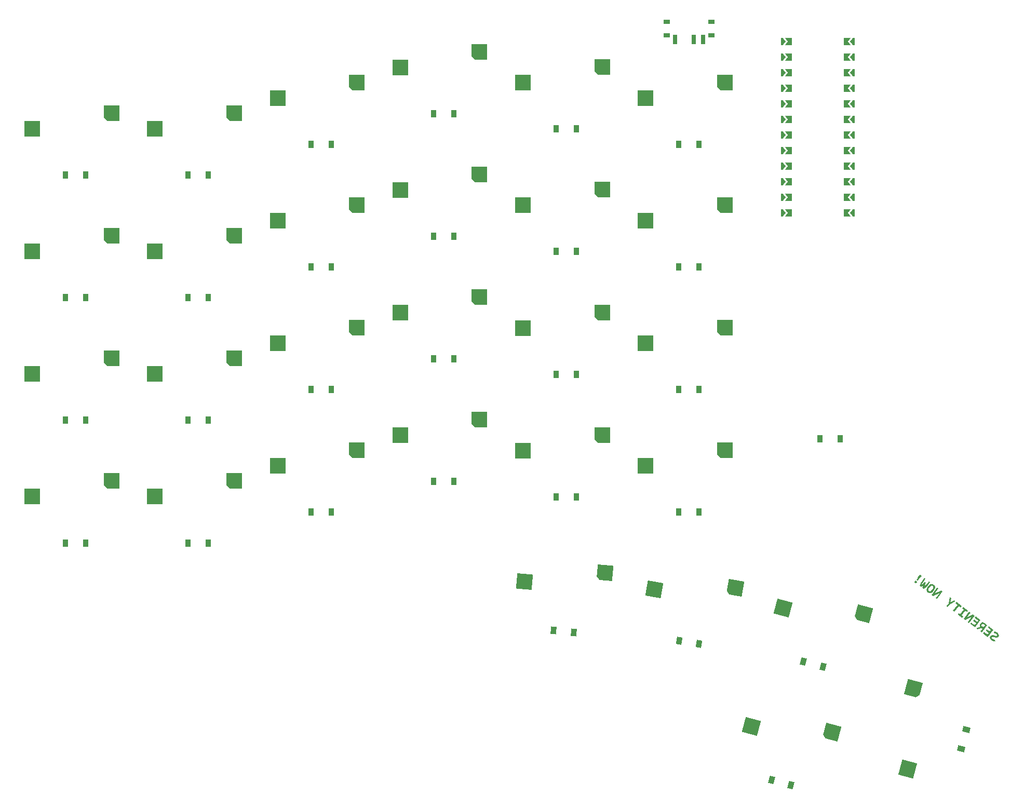
<source format=gbp>
%TF.GenerationSoftware,KiCad,Pcbnew,9.0.4*%
%TF.CreationDate,2025-11-27T19:30:41+01:00*%
%TF.ProjectId,lag_large,6c61675f-6c61-4726-9765-2e6b69636164,v1.0.0*%
%TF.SameCoordinates,Original*%
%TF.FileFunction,Paste,Bot*%
%TF.FilePolarity,Positive*%
%FSLAX46Y46*%
G04 Gerber Fmt 4.6, Leading zero omitted, Abs format (unit mm)*
G04 Created by KiCad (PCBNEW 9.0.4) date 2025-11-27 19:30:41*
%MOMM*%
%LPD*%
G01*
G04 APERTURE LIST*
G04 Aperture macros list*
%AMRotRect*
0 Rectangle, with rotation*
0 The origin of the aperture is its center*
0 $1 length*
0 $2 width*
0 $3 Rotation angle, in degrees counterclockwise*
0 Add horizontal line*
21,1,$1,$2,0,0,$3*%
%AMOutline5P*
0 Free polygon, 5 corners , with rotation*
0 The origin of the aperture is its center*
0 number of corners: always 5*
0 $1 to $10 corner X, Y*
0 $11 Rotation angle, in degrees counterclockwise*
0 create outline with 5 corners*
4,1,5,$1,$2,$3,$4,$5,$6,$7,$8,$9,$10,$1,$2,$11*%
%AMOutline6P*
0 Free polygon, 6 corners , with rotation*
0 The origin of the aperture is its center*
0 number of corners: always 6*
0 $1 to $12 corner X, Y*
0 $13 Rotation angle, in degrees counterclockwise*
0 create outline with 6 corners*
4,1,6,$1,$2,$3,$4,$5,$6,$7,$8,$9,$10,$11,$12,$1,$2,$13*%
%AMOutline7P*
0 Free polygon, 7 corners , with rotation*
0 The origin of the aperture is its center*
0 number of corners: always 7*
0 $1 to $14 corner X, Y*
0 $15 Rotation angle, in degrees counterclockwise*
0 create outline with 7 corners*
4,1,7,$1,$2,$3,$4,$5,$6,$7,$8,$9,$10,$11,$12,$13,$14,$1,$2,$15*%
%AMOutline8P*
0 Free polygon, 8 corners , with rotation*
0 The origin of the aperture is its center*
0 number of corners: always 8*
0 $1 to $16 corner X, Y*
0 $17 Rotation angle, in degrees counterclockwise*
0 create outline with 8 corners*
4,1,8,$1,$2,$3,$4,$5,$6,$7,$8,$9,$10,$11,$12,$13,$14,$15,$16,$1,$2,$17*%
%AMFreePoly0*
4,1,6,0.250000,0.000000,-0.250000,-0.625000,-0.500000,-0.625000,-0.500000,0.625000,-0.250000,0.625000,0.250000,0.000000,0.250000,0.000000,$1*%
%AMFreePoly1*
4,1,6,0.500000,-0.625000,-0.650000,-0.625000,-0.150000,0.000000,-0.650000,0.625000,0.500000,0.625000,0.500000,-0.625000,0.500000,-0.625000,$1*%
G04 Aperture macros list end*
%ADD10C,0.300000*%
%ADD11R,0.900000X1.200000*%
%ADD12RotRect,0.900000X1.200000X350.000000*%
%ADD13RotRect,0.900000X1.200000X355.000000*%
%ADD14RotRect,0.900000X1.200000X345.000000*%
%ADD15FreePoly0,180.000000*%
%ADD16FreePoly0,0.000000*%
%ADD17FreePoly1,0.000000*%
%ADD18FreePoly1,180.000000*%
%ADD19R,1.000000X0.800000*%
%ADD20R,0.700000X1.500000*%
%ADD21RotRect,0.900000X1.200000X75.000000*%
%ADD22R,2.550000X2.500000*%
%ADD23Outline5P,-1.275000X1.250000X1.275000X1.250000X1.275000X-1.250000X-0.775000X-1.250000X-1.275000X-0.750000X0.000000*%
%ADD24RotRect,2.550000X2.500000X345.000000*%
%ADD25Outline5P,-1.275000X1.250000X1.275000X1.250000X1.275000X-1.250000X-0.775000X-1.250000X-1.275000X-0.750000X345.000000*%
%ADD26RotRect,2.550000X2.500000X355.000000*%
%ADD27Outline5P,-1.275000X1.250000X1.275000X1.250000X1.275000X-1.250000X-0.775000X-1.250000X-1.275000X-0.750000X355.000000*%
%ADD28RotRect,2.550000X2.500000X75.000000*%
%ADD29Outline5P,-1.275000X1.250000X1.275000X1.250000X1.275000X-1.250000X-0.775000X-1.250000X-1.275000X-0.750000X75.000000*%
%ADD30RotRect,2.550000X2.500000X350.000000*%
%ADD31Outline5P,-1.275000X1.250000X1.275000X1.250000X1.275000X-1.250000X-0.775000X-1.250000X-1.275000X-0.750000X350.000000*%
G04 APERTURE END LIST*
D10*
G36*
X217191604Y-161044243D02*
G01*
X217176643Y-160767475D01*
X217067708Y-160763551D01*
X216954135Y-160741782D01*
X216846676Y-160702633D01*
X216758211Y-160649306D01*
X216702957Y-160601062D01*
X216663504Y-160552899D01*
X216637384Y-160504354D01*
X216624058Y-160452720D01*
X216627819Y-160409375D01*
X216647157Y-160371001D01*
X216687219Y-160335503D01*
X216740295Y-160318932D01*
X216801175Y-160317772D01*
X216875059Y-160328507D01*
X217037721Y-160370917D01*
X217215085Y-160416493D01*
X217305554Y-160431043D01*
X217393956Y-160435565D01*
X217480407Y-160426576D01*
X217562233Y-160400666D01*
X217612174Y-160373095D01*
X217660165Y-160333683D01*
X217706579Y-160280643D01*
X217743658Y-160222465D01*
X217767824Y-160164561D01*
X217780285Y-160106127D01*
X217780915Y-160016097D01*
X217761770Y-159926456D01*
X217725373Y-159840793D01*
X217673140Y-159759779D01*
X217608971Y-159686708D01*
X217536300Y-159623748D01*
X217455288Y-159570127D01*
X217370860Y-159528484D01*
X217282437Y-159498278D01*
X217191025Y-159480031D01*
X217100902Y-159475060D01*
X217011179Y-159483099D01*
X217041218Y-159750357D01*
X217132652Y-159751751D01*
X217217156Y-159768249D01*
X217296246Y-159799580D01*
X217371132Y-159846435D01*
X217433713Y-159907034D01*
X217475010Y-159977353D01*
X217487859Y-160027854D01*
X217483431Y-160071856D01*
X217462540Y-160112458D01*
X217422391Y-160148130D01*
X217368740Y-160165405D01*
X217307252Y-160167200D01*
X217233315Y-160156708D01*
X217071531Y-160114959D01*
X216896456Y-160069847D01*
X216807330Y-160054899D01*
X216719657Y-160049698D01*
X216633879Y-160057650D01*
X216553254Y-160082110D01*
X216504134Y-160108487D01*
X216457435Y-160146239D01*
X216412767Y-160197013D01*
X216371690Y-160263560D01*
X216345599Y-160333598D01*
X216333775Y-160408373D01*
X216336728Y-160484090D01*
X216355160Y-160561461D01*
X216390526Y-160641858D01*
X216438858Y-160715597D01*
X216505510Y-160789640D01*
X216593481Y-160864410D01*
X216694024Y-160931474D01*
X216794132Y-160981663D01*
X216894490Y-161016347D01*
X216998536Y-161038387D01*
X217097276Y-161047421D01*
X217191604Y-161044243D01*
G37*
G36*
X215980323Y-160360273D02*
G01*
X216877636Y-159169498D01*
X216104463Y-158586871D01*
X215943951Y-158799877D01*
X216490731Y-159211906D01*
X216301171Y-159463461D01*
X215794622Y-159081749D01*
X215634110Y-159294756D01*
X216140659Y-159676468D01*
X215914443Y-159976667D01*
X215354276Y-159554551D01*
X215193764Y-159767558D01*
X215980323Y-160360273D01*
G37*
G36*
X215147722Y-157952554D02*
G01*
X215236279Y-157973385D01*
X215333781Y-158016986D01*
X215442548Y-158088082D01*
X215883630Y-158420461D01*
X214986317Y-159611235D01*
X214768263Y-159446920D01*
X215118336Y-158982358D01*
X214979135Y-158877463D01*
X214322134Y-159110737D01*
X214085720Y-158932587D01*
X214098343Y-158915836D01*
X214766194Y-158696013D01*
X214720205Y-158637960D01*
X214687472Y-158575803D01*
X214667114Y-158508618D01*
X214659094Y-158435137D01*
X214661021Y-158407086D01*
X214939171Y-158407086D01*
X214939792Y-158463967D01*
X214956048Y-158517762D01*
X214992689Y-158572501D01*
X215055315Y-158629808D01*
X215264957Y-158787784D01*
X215518954Y-158450719D01*
X215309312Y-158292742D01*
X215236913Y-158247295D01*
X215175636Y-158225328D01*
X215122408Y-158221628D01*
X215070860Y-158233853D01*
X215023875Y-158261648D01*
X214980008Y-158307565D01*
X214952489Y-158355557D01*
X214939171Y-158407086D01*
X214661021Y-158407086D01*
X214664114Y-158362075D01*
X214682603Y-158289192D01*
X214715494Y-158215430D01*
X214764490Y-158139885D01*
X214835342Y-158060487D01*
X214908481Y-158004607D01*
X214984763Y-157968842D01*
X215065722Y-157951378D01*
X215147722Y-157952554D01*
G37*
G36*
X213901753Y-158793958D02*
G01*
X214799066Y-157603183D01*
X214025893Y-157020556D01*
X213865381Y-157233562D01*
X214412161Y-157645591D01*
X214222601Y-157897147D01*
X213716051Y-157515434D01*
X213555539Y-157728441D01*
X214062089Y-158110153D01*
X213835872Y-158410352D01*
X213275706Y-157988236D01*
X213115194Y-158201243D01*
X213901753Y-158793958D01*
G37*
G36*
X213820128Y-156865501D02*
G01*
X213575302Y-156681011D01*
X212534662Y-157172124D01*
X213147606Y-156358719D01*
X212934600Y-156198207D01*
X212037287Y-157388982D01*
X212273774Y-157567187D01*
X213326556Y-157077311D01*
X212709808Y-157895763D01*
X212922815Y-158056275D01*
X213820128Y-156865501D01*
G37*
G36*
X211065078Y-156656370D02*
G01*
X211816453Y-157222572D01*
X211968091Y-157021342D01*
X211706441Y-156824175D01*
X212300479Y-156035860D01*
X212553790Y-156226743D01*
X212705427Y-156025514D01*
X211970803Y-155471935D01*
X211819166Y-155673164D01*
X212072404Y-155863993D01*
X211478366Y-156652308D01*
X211216716Y-156455140D01*
X211065078Y-156656370D01*
G37*
G36*
X210515518Y-156242247D02*
G01*
X211258658Y-155256067D01*
X211590749Y-155506316D01*
X211744923Y-155301721D01*
X210852665Y-154629357D01*
X210698492Y-154833951D01*
X211030583Y-155084200D01*
X210287443Y-156070380D01*
X210515518Y-156242247D01*
G37*
G36*
X209472942Y-155456609D02*
G01*
X209814195Y-155003750D01*
X210728272Y-154561883D01*
X210740895Y-154545132D01*
X210507772Y-154369462D01*
X209871513Y-154697270D01*
X210011318Y-153995356D01*
X209778196Y-153819686D01*
X209765573Y-153836437D01*
X209592776Y-154836900D01*
X209251523Y-155289758D01*
X209472942Y-155456609D01*
G37*
G36*
X208623703Y-152949713D02*
G01*
X208378877Y-152765224D01*
X207338237Y-153256336D01*
X207951181Y-152442932D01*
X207738174Y-152282420D01*
X206840862Y-153473194D01*
X207077349Y-153651400D01*
X208130131Y-153161524D01*
X207513383Y-153979976D01*
X207726390Y-154140488D01*
X208623703Y-152949713D01*
G37*
G36*
X206912022Y-151692784D02*
G01*
X206991960Y-151712563D01*
X207074839Y-151749497D01*
X207161883Y-151806064D01*
X207240300Y-151874183D01*
X207298670Y-151943688D01*
X207339718Y-152015076D01*
X207367508Y-152092536D01*
X207381500Y-152172419D01*
X207381798Y-152255855D01*
X207370011Y-152339073D01*
X207347145Y-152424822D01*
X207312354Y-152513747D01*
X207244345Y-152642838D01*
X207154240Y-152775925D01*
X207051194Y-152899160D01*
X206945855Y-153000107D01*
X206869967Y-153058064D01*
X206793824Y-153103706D01*
X206717040Y-153138019D01*
X206636792Y-153160695D01*
X206556145Y-153169266D01*
X206473990Y-153163937D01*
X206394088Y-153144118D01*
X206311204Y-153107143D01*
X206224111Y-153050529D01*
X206145733Y-152982453D01*
X206087366Y-152912990D01*
X206046294Y-152841645D01*
X206018490Y-152764103D01*
X206004501Y-152684218D01*
X206004439Y-152666163D01*
X206291607Y-152666163D01*
X206305984Y-152724981D01*
X206338117Y-152778760D01*
X206390962Y-152829110D01*
X206453929Y-152866033D01*
X206514508Y-152882119D01*
X206575056Y-152879757D01*
X206634907Y-152862310D01*
X206695944Y-152831594D01*
X206759020Y-152785689D01*
X206845439Y-152703396D01*
X206927774Y-152605271D01*
X207000451Y-152497614D01*
X207055349Y-152392446D01*
X207081714Y-152319724D01*
X207094240Y-152252839D01*
X207094460Y-152190484D01*
X207080041Y-152131631D01*
X207047880Y-152077832D01*
X206995032Y-152027483D01*
X206932066Y-151990563D01*
X206871513Y-151974498D01*
X206811012Y-151976891D01*
X206751133Y-151994289D01*
X206690291Y-152024766D01*
X206627654Y-152070154D01*
X206541635Y-152151876D01*
X206458165Y-152251395D01*
X206386555Y-152357599D01*
X206331324Y-152463397D01*
X206304584Y-152536683D01*
X206291881Y-152603821D01*
X206291607Y-152666163D01*
X206004439Y-152666163D01*
X206004214Y-152600866D01*
X206016033Y-152517599D01*
X206038919Y-152431825D01*
X206073713Y-152342901D01*
X206141714Y-152213818D01*
X206231772Y-152080796D01*
X206334868Y-151957497D01*
X206440212Y-151856541D01*
X206516102Y-151798586D01*
X206592226Y-151752971D01*
X206668972Y-151718702D01*
X206749212Y-151695968D01*
X206829857Y-151687398D01*
X206912022Y-151692784D01*
G37*
G36*
X206590411Y-151417518D02*
G01*
X206380769Y-151259542D01*
X206177669Y-151531512D01*
X205990718Y-151759807D01*
X205803091Y-151969029D01*
X205637508Y-152137827D01*
X205896763Y-151518013D01*
X205708920Y-151376462D01*
X205185917Y-151794891D01*
X205303837Y-151590340D01*
X205453816Y-151353846D01*
X205621012Y-151111741D01*
X205823967Y-150839962D01*
X205614326Y-150681985D01*
X205419392Y-150948222D01*
X205258630Y-151187418D01*
X205128393Y-151401870D01*
X205007173Y-151623069D01*
X204914454Y-151811190D01*
X204846192Y-151970103D01*
X205080997Y-152147041D01*
X205570286Y-151755848D01*
X205329187Y-152334066D01*
X205563992Y-152511004D01*
X205773141Y-152335615D01*
X206034110Y-152084377D01*
X206204855Y-151900490D01*
X206389924Y-151679645D01*
X206590411Y-151417518D01*
G37*
G36*
X204562999Y-151136144D02*
G01*
X204732124Y-150938894D01*
X204903899Y-150750110D01*
X205075248Y-150560984D01*
X205243043Y-150362752D01*
X204921046Y-150120110D01*
X204776799Y-150336088D01*
X204642249Y-150552942D01*
X204508125Y-150770098D01*
X204365134Y-150987042D01*
X204562999Y-151136144D01*
G37*
G36*
X204105082Y-151537904D02*
G01*
X204150778Y-151564001D01*
X204199943Y-151576427D01*
X204254364Y-151575393D01*
X204306914Y-151561358D01*
X204350728Y-151535844D01*
X204387457Y-151498154D01*
X204413529Y-151452508D01*
X204425962Y-151403384D01*
X204424963Y-151349000D01*
X204410957Y-151296402D01*
X204385460Y-151252567D01*
X204347780Y-151215834D01*
X204302134Y-151189772D01*
X204252993Y-151177362D01*
X204198571Y-151178401D01*
X204145970Y-151192403D01*
X204102154Y-151217878D01*
X204065460Y-151255512D01*
X204039364Y-151301207D01*
X204026938Y-151350373D01*
X204027972Y-151404794D01*
X204041974Y-151457394D01*
X204067448Y-151501210D01*
X204105082Y-151537904D01*
G37*
D11*
%TO.C,D10*%
X105611375Y-120003198D03*
X108911377Y-120003198D03*
%TD*%
D12*
%TO.C,D26*%
X165648449Y-160924563D03*
X168898315Y-161497601D03*
%TD*%
D13*
%TO.C,D25*%
X145186856Y-159297858D03*
X148474302Y-159585472D03*
%TD*%
D14*
%TO.C,D28*%
X180713378Y-183649352D03*
X183900934Y-184503452D03*
%TD*%
D11*
%TO.C,D23*%
X165618863Y-100000685D03*
X168918865Y-100000685D03*
%TD*%
%TO.C,D7*%
X85608863Y-105000689D03*
X88908865Y-105000689D03*
%TD*%
%TO.C,D16*%
X125613877Y-74998188D03*
X128913879Y-74998188D03*
%TD*%
%TO.C,D11*%
X105611370Y-100000685D03*
X108911372Y-100000685D03*
%TD*%
%TO.C,D8*%
X85608860Y-84998198D03*
X88908862Y-84998198D03*
%TD*%
%TO.C,D17*%
X145616360Y-137505686D03*
X148916362Y-137505686D03*
%TD*%
%TO.C,D12*%
X105611357Y-79998195D03*
X108911359Y-79998195D03*
%TD*%
%TO.C,D22*%
X165618860Y-120003179D03*
X168918862Y-120003179D03*
%TD*%
%TO.C,D5*%
X85608866Y-145005688D03*
X88908868Y-145005688D03*
%TD*%
%TO.C,D3*%
X65606365Y-105000694D03*
X68906367Y-105000694D03*
%TD*%
%TO.C,D24*%
X165618859Y-79998171D03*
X168918861Y-79998171D03*
%TD*%
D15*
%TO.C,MCU1*%
X193768865Y-63298202D03*
X193768866Y-65838194D03*
X193768864Y-68378203D03*
X193768868Y-70918203D03*
X193768868Y-73458203D03*
X193768865Y-75998197D03*
X193768866Y-78538198D03*
X193768867Y-81078202D03*
X193768867Y-83618201D03*
X193768867Y-86158205D03*
X193768866Y-88698204D03*
X193768869Y-91238206D03*
D16*
X182768867Y-91238205D03*
X182768869Y-88698202D03*
X182768868Y-86158210D03*
X182768870Y-83618201D03*
X182768866Y-81078201D03*
X182768866Y-78538201D03*
X182768869Y-75998207D03*
X182768868Y-73458206D03*
X182768867Y-70918202D03*
X182768867Y-68378203D03*
X182768867Y-65838199D03*
X182768868Y-63298200D03*
D17*
X183493865Y-63298206D03*
X183493867Y-65838202D03*
X183493865Y-68378202D03*
X183493867Y-70918208D03*
X183493867Y-73458200D03*
X183493866Y-75998202D03*
X183493868Y-78538204D03*
X183493868Y-81078201D03*
X183493866Y-83618203D03*
X183493869Y-86158203D03*
X183493868Y-88698203D03*
X183493866Y-91238202D03*
D18*
X193043868Y-91238203D03*
X193043869Y-88698198D03*
X193043867Y-86158202D03*
X193043869Y-83618202D03*
X193043867Y-81078196D03*
X193043867Y-78538204D03*
X193043868Y-75998202D03*
X193043866Y-73458200D03*
X193043866Y-70918203D03*
X193043868Y-68378201D03*
X193043865Y-65838201D03*
X193043866Y-63298201D03*
%TD*%
D11*
%TO.C,D2*%
X65606372Y-125003193D03*
X68906374Y-125003193D03*
%TD*%
%TO.C,D18*%
X145616369Y-117503191D03*
X148916371Y-117503191D03*
%TD*%
%TO.C,D19*%
X145616356Y-97500687D03*
X148916358Y-97500687D03*
%TD*%
D19*
%TO.C,T1*%
X170918875Y-62253193D03*
X170918873Y-60043187D03*
D20*
X169518873Y-62903185D03*
D19*
X163618872Y-62253189D03*
X163618871Y-60043189D03*
D20*
X165018870Y-62903192D03*
X168018873Y-62903191D03*
%TD*%
D11*
%TO.C,D14*%
X125613864Y-115003186D03*
X128913866Y-115003186D03*
%TD*%
D14*
%TO.C,D27*%
X185890396Y-164328419D03*
X189077952Y-165182519D03*
%TD*%
D11*
%TO.C,D4*%
X65606352Y-84998197D03*
X68906354Y-84998197D03*
%TD*%
%TO.C,D9*%
X105611360Y-140005701D03*
X108911362Y-140005701D03*
%TD*%
%TO.C,D30*%
X188618853Y-127998186D03*
X191918855Y-127998186D03*
%TD*%
%TO.C,D21*%
X165618857Y-140005692D03*
X168918859Y-140005692D03*
%TD*%
%TO.C,D15*%
X125613859Y-95000691D03*
X128913861Y-95000691D03*
%TD*%
D21*
%TO.C,D29*%
X211630102Y-178604276D03*
X212484202Y-175416720D03*
%TD*%
D11*
%TO.C,D13*%
X125613851Y-135005680D03*
X128913853Y-135005680D03*
%TD*%
%TO.C,D20*%
X145616354Y-77498173D03*
X148916356Y-77498173D03*
%TD*%
%TO.C,D6*%
X85608864Y-125003182D03*
X88908866Y-125003182D03*
%TD*%
%TO.C,D1*%
X65606372Y-145005693D03*
X68906374Y-145005693D03*
%TD*%
D22*
%TO.C,S16*%
X120178860Y-67458182D03*
D23*
X133105854Y-64918186D03*
%TD*%
D22*
%TO.C,S1*%
X60171360Y-137465692D03*
D23*
X73098354Y-134925696D03*
%TD*%
D22*
%TO.C,S14*%
X120178863Y-107463188D03*
D23*
X133105857Y-104923192D03*
%TD*%
D22*
%TO.C,S7*%
X80173861Y-97460675D03*
D23*
X93100855Y-94920679D03*
%TD*%
D22*
%TO.C,S20*%
X140181366Y-69958196D03*
D23*
X153108360Y-67418200D03*
%TD*%
D24*
%TO.C,S27*%
X182592091Y-155638645D03*
D25*
X195736012Y-156530948D03*
%TD*%
D22*
%TO.C,S17*%
X140181375Y-129965695D03*
D23*
X153108369Y-127425699D03*
%TD*%
D22*
%TO.C,S19*%
X140181356Y-89960677D03*
D23*
X153108350Y-87420681D03*
%TD*%
D22*
%TO.C,S12*%
X100176373Y-72458178D03*
D23*
X113103367Y-69918182D03*
%TD*%
D26*
%TO.C,S25*%
X140429692Y-151312851D03*
D27*
X153528881Y-149909180D03*
%TD*%
D22*
%TO.C,S21*%
X160183869Y-132465683D03*
D23*
X173110863Y-129925687D03*
%TD*%
D22*
%TO.C,S11*%
X100176365Y-92460680D03*
D23*
X113103359Y-89920684D03*
%TD*%
D22*
%TO.C,S4*%
X60171360Y-77458180D03*
D23*
X73098354Y-74918184D03*
%TD*%
D22*
%TO.C,S5*%
X80173867Y-137465670D03*
D23*
X93100861Y-134925674D03*
%TD*%
D22*
%TO.C,S3*%
X60171376Y-97460688D03*
D23*
X73098370Y-94920692D03*
%TD*%
D22*
%TO.C,S13*%
X120178861Y-127465684D03*
D23*
X133105855Y-124925688D03*
%TD*%
D22*
%TO.C,S9*%
X100176373Y-132465684D03*
D23*
X113103367Y-129925688D03*
%TD*%
D24*
%TO.C,S28*%
X177415064Y-174959578D03*
D25*
X190558985Y-175851881D03*
%TD*%
D22*
%TO.C,S18*%
X140181375Y-109963193D03*
D23*
X153108369Y-107423197D03*
%TD*%
D22*
%TO.C,S23*%
X160183872Y-92460695D03*
D23*
X173110866Y-89920699D03*
%TD*%
D22*
%TO.C,S8*%
X80173860Y-77458185D03*
D23*
X93100854Y-74918189D03*
%TD*%
D22*
%TO.C,S24*%
X160183870Y-72458188D03*
D23*
X173110864Y-69918192D03*
%TD*%
D28*
%TO.C,S29*%
X202940325Y-181902586D03*
D29*
X203832628Y-168758665D03*
%TD*%
D22*
%TO.C,S6*%
X80173859Y-117463185D03*
D23*
X93100853Y-114923189D03*
%TD*%
D22*
%TO.C,S22*%
X160183861Y-112463187D03*
D23*
X173110855Y-109923191D03*
%TD*%
D22*
%TO.C,S15*%
X120178873Y-87460690D03*
D23*
X133105867Y-84920694D03*
%TD*%
D22*
%TO.C,S10*%
X100176355Y-112463193D03*
D23*
X113103349Y-109923197D03*
%TD*%
D22*
%TO.C,S2*%
X60171366Y-117463188D03*
D23*
X73098360Y-114923192D03*
%TD*%
D30*
%TO.C,S26*%
X161605322Y-152555324D03*
D31*
X174776998Y-152298662D03*
%TD*%
M02*

</source>
